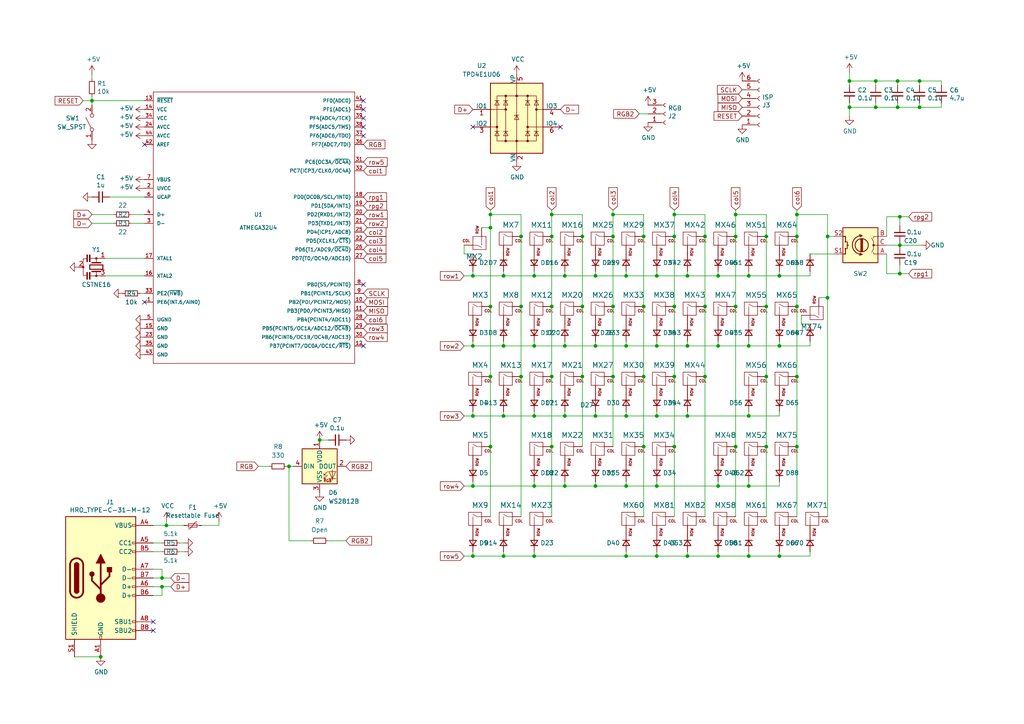
<source format=kicad_sch>
(kicad_sch (version 20211123) (generator eeschema)
  (paper "A4")
  (junction (at 222.25 68.58))
  (junction (at 146.05 100.33))
  (junction (at 168.91 88.9))
  (junction (at 154.94 161.29))
  (junction (at 199.39 161.29))
  (junction (at 142.24 66.04))
  (junction (at 146.05 80.01))
  (junction (at 186.69 109.22))
  (junction (at 222.25 129.54))
  (junction (at 29.21 190.5))
  (junction (at 146.05 161.29))
  (junction (at 199.39 80.01))
  (junction (at 190.5 140.97))
  (junction (at 172.72 80.01))
  (junction (at 160.02 62.23))
  (junction (at 142.24 62.23))
  (junction (at 154.94 80.01))
  (junction (at 217.17 100.33))
  (junction (at 46.99 170.18))
  (junction (at 260.985 79.375))
  (junction (at 48.26 152.4))
  (junction (at 181.61 161.29))
  (junction (at 208.28 100.33))
  (junction (at 146.05 120.65))
  (junction (at 231.14 88.9))
  (junction (at 217.17 140.97))
  (junction (at 142.24 88.9))
  (junction (at 208.28 140.97))
  (junction (at 26.67 29.21))
  (junction (at 266.7 23.495))
  (junction (at 254 31.115))
  (junction (at 208.28 161.29))
  (junction (at 260.985 62.865))
  (junction (at 260.35 31.115))
  (junction (at 83.82 135.255))
  (junction (at 163.83 120.65))
  (junction (at 168.91 109.22))
  (junction (at 246.38 23.495))
  (junction (at 137.16 80.01))
  (junction (at 177.8 88.9))
  (junction (at 195.58 68.58))
  (junction (at 160.02 109.22))
  (junction (at 142.24 129.54))
  (junction (at 240.03 86.36))
  (junction (at 195.58 62.23))
  (junction (at 195.58 129.54))
  (junction (at 186.69 68.58))
  (junction (at 260.35 23.495))
  (junction (at 137.16 100.33))
  (junction (at 154.94 140.97))
  (junction (at 266.7 31.115))
  (junction (at 260.985 71.12))
  (junction (at 213.36 62.23))
  (junction (at 222.25 88.9))
  (junction (at 231.14 109.22))
  (junction (at 181.61 80.01))
  (junction (at 177.8 68.58))
  (junction (at 231.14 68.58))
  (junction (at 172.72 120.65))
  (junction (at 231.14 129.54))
  (junction (at 208.28 80.01))
  (junction (at 199.39 120.65))
  (junction (at 213.36 68.58))
  (junction (at 168.91 68.58))
  (junction (at 231.14 62.23))
  (junction (at 154.94 120.65))
  (junction (at 213.36 88.9))
  (junction (at 195.58 109.22))
  (junction (at 181.61 140.97))
  (junction (at 177.8 109.22))
  (junction (at 151.13 109.22))
  (junction (at 151.13 88.9))
  (junction (at 137.16 120.65))
  (junction (at 163.83 100.33))
  (junction (at 204.47 68.58))
  (junction (at 151.13 68.58))
  (junction (at 137.16 140.97))
  (junction (at 199.39 100.33))
  (junction (at 190.5 120.65))
  (junction (at 163.83 140.97))
  (junction (at 160.02 129.54))
  (junction (at 172.72 140.97))
  (junction (at 226.06 80.01))
  (junction (at 213.36 129.54))
  (junction (at 190.5 100.33))
  (junction (at 160.02 88.9))
  (junction (at 142.24 109.22))
  (junction (at 186.69 88.9))
  (junction (at 240.03 68.58))
  (junction (at 226.06 161.29))
  (junction (at 254 23.495))
  (junction (at 172.72 100.33))
  (junction (at 92.71 127.635))
  (junction (at 217.17 120.65))
  (junction (at 222.25 109.22))
  (junction (at 163.83 80.01))
  (junction (at 181.61 100.33))
  (junction (at 190.5 80.01))
  (junction (at 160.02 68.58))
  (junction (at 226.06 100.33))
  (junction (at 186.69 129.54))
  (junction (at 46.99 167.64))
  (junction (at 204.47 109.22))
  (junction (at 137.16 161.29))
  (junction (at 195.58 88.9))
  (junction (at 181.61 120.65))
  (junction (at 246.38 31.115))
  (junction (at 177.8 62.23))
  (junction (at 217.17 80.01))
  (junction (at 217.17 161.29))
  (junction (at 190.5 161.29))
  (junction (at 204.47 88.9))
  (junction (at 154.94 100.33))
  (no_connect (at 44.45 182.88))
  (no_connect (at 137.16 36.83))
  (no_connect (at 44.45 180.34))
  (no_connect (at 162.56 36.83))
  (no_connect (at 41.91 41.91))
  (no_connect (at 41.91 87.63))
  (no_connect (at 105.41 34.29))
  (no_connect (at 105.41 82.55))
  (no_connect (at 105.41 100.33))
  (no_connect (at 105.41 29.21))
  (no_connect (at 105.41 39.37))
  (no_connect (at 105.41 36.83))
  (no_connect (at 105.41 31.75))
  (wire (pts (xy 254 31.115) (xy 246.38 31.115)))
  (wire (pts (xy 151.13 109.22) (xy 151.13 149.86)))
  (wire (pts (xy 226.06 78.74) (xy 226.06 80.01)))
  (wire (pts (xy 204.47 109.22) (xy 204.47 149.86)))
  (wire (pts (xy 83.82 135.255) (xy 85.09 135.255)))
  (wire (pts (xy 186.69 109.22) (xy 186.69 129.54)))
  (wire (pts (xy 26.67 21.59) (xy 26.67 22.86)))
  (wire (pts (xy 222.25 129.54) (xy 222.25 149.86)))
  (wire (pts (xy 195.58 88.9) (xy 195.58 109.22)))
  (wire (pts (xy 154.94 78.74) (xy 154.94 80.01)))
  (wire (pts (xy 142.24 62.23) (xy 151.13 62.23)))
  (wire (pts (xy 266.7 31.115) (xy 260.35 31.115)))
  (wire (pts (xy 134.62 100.33) (xy 137.16 100.33)))
  (wire (pts (xy 226.06 80.01) (xy 234.95 80.01)))
  (wire (pts (xy 231.14 129.54) (xy 231.14 149.86)))
  (wire (pts (xy 137.16 119.38) (xy 137.16 120.65)))
  (wire (pts (xy 95.25 156.845) (xy 100.33 156.845)))
  (wire (pts (xy 172.72 120.65) (xy 181.61 120.65)))
  (wire (pts (xy 260.985 71.12) (xy 260.985 70.485)))
  (wire (pts (xy 172.72 119.38) (xy 172.72 120.65)))
  (wire (pts (xy 231.14 62.23) (xy 231.14 68.58)))
  (wire (pts (xy 195.58 62.23) (xy 195.58 68.58)))
  (wire (pts (xy 231.14 60.96) (xy 231.14 62.23)))
  (wire (pts (xy 181.61 139.7) (xy 181.61 140.97)))
  (wire (pts (xy 137.16 161.29) (xy 146.05 161.29)))
  (wire (pts (xy 163.83 80.01) (xy 172.72 80.01)))
  (wire (pts (xy 142.24 88.9) (xy 142.24 109.22)))
  (wire (pts (xy 208.28 160.02) (xy 208.28 161.29)))
  (wire (pts (xy 154.94 99.06) (xy 154.94 100.33)))
  (wire (pts (xy 146.05 80.01) (xy 154.94 80.01)))
  (wire (pts (xy 222.25 68.58) (xy 222.25 88.9)))
  (wire (pts (xy 137.16 160.02) (xy 137.16 161.29)))
  (wire (pts (xy 217.17 139.7) (xy 217.17 140.97)))
  (wire (pts (xy 199.39 120.65) (xy 217.17 120.65)))
  (wire (pts (xy 63.5 152.4) (xy 58.42 152.4)))
  (wire (pts (xy 142.24 129.54) (xy 142.24 149.86)))
  (wire (pts (xy 146.05 160.02) (xy 146.05 161.29)))
  (wire (pts (xy 213.36 62.23) (xy 222.25 62.23)))
  (wire (pts (xy 177.8 68.58) (xy 177.8 88.9)))
  (wire (pts (xy 146.05 161.29) (xy 154.94 161.29)))
  (wire (pts (xy 222.25 109.22) (xy 222.25 129.54)))
  (wire (pts (xy 146.05 99.06) (xy 146.05 100.33)))
  (wire (pts (xy 134.62 140.97) (xy 137.16 140.97)))
  (wire (pts (xy 213.36 60.96) (xy 213.36 62.23)))
  (wire (pts (xy 142.24 62.23) (xy 142.24 66.04)))
  (wire (pts (xy 163.83 119.38) (xy 163.83 120.65)))
  (wire (pts (xy 231.14 109.22) (xy 231.14 129.54)))
  (wire (pts (xy 222.25 88.9) (xy 222.25 109.22)))
  (wire (pts (xy 263.525 62.865) (xy 260.985 62.865)))
  (wire (pts (xy 160.02 129.54) (xy 160.02 149.86)))
  (wire (pts (xy 226.06 100.33) (xy 234.95 100.33)))
  (wire (pts (xy 26.67 64.77) (xy 33.02 64.77)))
  (wire (pts (xy 154.94 120.65) (xy 146.05 120.65)))
  (wire (pts (xy 21.59 190.5) (xy 29.21 190.5)))
  (wire (pts (xy 160.02 88.9) (xy 160.02 109.22)))
  (wire (pts (xy 137.16 139.7) (xy 137.16 140.97)))
  (wire (pts (xy 208.28 140.97) (xy 217.17 140.97)))
  (wire (pts (xy 46.99 170.18) (xy 49.53 170.18)))
  (wire (pts (xy 142.24 109.22) (xy 142.24 129.54)))
  (wire (pts (xy 26.67 29.21) (xy 24.13 29.21)))
  (wire (pts (xy 160.02 68.58) (xy 160.02 88.9)))
  (wire (pts (xy 160.02 62.23) (xy 160.02 68.58)))
  (wire (pts (xy 172.72 78.74) (xy 172.72 80.01)))
  (wire (pts (xy 260.35 31.115) (xy 260.35 29.845)))
  (wire (pts (xy 46.99 172.72) (xy 44.45 172.72)))
  (wire (pts (xy 204.47 88.9) (xy 204.47 109.22)))
  (wire (pts (xy 226.06 161.29) (xy 234.95 161.29)))
  (wire (pts (xy 134.62 80.01) (xy 137.16 80.01)))
  (wire (pts (xy 163.83 99.06) (xy 163.83 100.33)))
  (wire (pts (xy 44.45 165.1) (xy 46.99 165.1)))
  (wire (pts (xy 41.91 85.09) (xy 40.64 85.09)))
  (wire (pts (xy 134.62 120.65) (xy 137.16 120.65)))
  (wire (pts (xy 190.5 160.02) (xy 190.5 161.29)))
  (wire (pts (xy 190.5 78.74) (xy 190.5 80.01)))
  (wire (pts (xy 53.34 160.02) (xy 52.07 160.02)))
  (wire (pts (xy 240.03 68.58) (xy 240.03 86.36)))
  (wire (pts (xy 195.58 68.58) (xy 195.58 88.9)))
  (wire (pts (xy 48.26 152.4) (xy 48.26 151.13)))
  (wire (pts (xy 208.28 139.7) (xy 208.28 140.97)))
  (wire (pts (xy 151.13 68.58) (xy 151.13 88.9)))
  (wire (pts (xy 232.41 93.98) (xy 234.95 93.98)))
  (wire (pts (xy 234.95 161.29) (xy 234.95 160.02)))
  (wire (pts (xy 44.45 170.18) (xy 46.99 170.18)))
  (wire (pts (xy 234.95 78.74) (xy 234.95 80.01)))
  (wire (pts (xy 163.83 100.33) (xy 172.72 100.33)))
  (wire (pts (xy 260.35 23.495) (xy 260.35 24.765)))
  (wire (pts (xy 83.82 156.845) (xy 90.17 156.845)))
  (wire (pts (xy 254 23.495) (xy 254 24.765)))
  (wire (pts (xy 237.49 86.36) (xy 240.03 86.36)))
  (wire (pts (xy 185.42 33.02) (xy 187.96 33.02)))
  (wire (pts (xy 217.17 160.02) (xy 217.17 161.29)))
  (wire (pts (xy 168.91 109.22) (xy 168.91 129.54)))
  (wire (pts (xy 217.17 80.01) (xy 226.06 80.01)))
  (wire (pts (xy 172.72 140.97) (xy 181.61 140.97)))
  (wire (pts (xy 26.67 30.48) (xy 26.67 29.21)))
  (wire (pts (xy 160.02 109.22) (xy 160.02 129.54)))
  (wire (pts (xy 246.38 24.765) (xy 246.38 23.495)))
  (wire (pts (xy 151.13 88.9) (xy 151.13 109.22)))
  (wire (pts (xy 190.5 100.33) (xy 199.39 100.33)))
  (wire (pts (xy 199.39 99.06) (xy 199.39 100.33)))
  (wire (pts (xy 137.16 140.97) (xy 154.94 140.97)))
  (wire (pts (xy 154.94 80.01) (xy 163.83 80.01)))
  (wire (pts (xy 146.05 100.33) (xy 154.94 100.33)))
  (wire (pts (xy 231.14 88.9) (xy 231.14 109.22)))
  (wire (pts (xy 134.62 73.66) (xy 137.16 73.66)))
  (wire (pts (xy 246.38 20.955) (xy 246.38 23.495)))
  (wire (pts (xy 181.61 140.97) (xy 190.5 140.97)))
  (wire (pts (xy 163.83 78.74) (xy 163.83 80.01)))
  (wire (pts (xy 163.83 140.97) (xy 172.72 140.97)))
  (wire (pts (xy 172.72 100.33) (xy 181.61 100.33)))
  (wire (pts (xy 273.05 29.845) (xy 273.05 31.115)))
  (wire (pts (xy 154.94 160.02) (xy 154.94 161.29)))
  (wire (pts (xy 260.985 71.12) (xy 257.175 71.12)))
  (wire (pts (xy 53.34 157.48) (xy 52.07 157.48)))
  (wire (pts (xy 204.47 68.58) (xy 204.47 88.9)))
  (wire (pts (xy 41.91 29.21) (xy 26.67 29.21)))
  (wire (pts (xy 163.83 120.65) (xy 154.94 120.65)))
  (wire (pts (xy 190.5 120.65) (xy 199.39 120.65)))
  (wire (pts (xy 217.17 120.65) (xy 226.06 120.65)))
  (wire (pts (xy 46.99 157.48) (xy 44.45 157.48)))
  (wire (pts (xy 146.05 119.38) (xy 146.05 120.65)))
  (wire (pts (xy 260.985 79.375) (xy 260.985 76.835)))
  (wire (pts (xy 199.39 161.29) (xy 208.28 161.29)))
  (wire (pts (xy 154.94 161.29) (xy 181.61 161.29)))
  (wire (pts (xy 177.8 60.96) (xy 177.8 62.23)))
  (wire (pts (xy 257.175 73.66) (xy 257.175 79.375)))
  (wire (pts (xy 240.03 68.58) (xy 241.935 68.58)))
  (wire (pts (xy 186.69 129.54) (xy 186.69 149.86)))
  (wire (pts (xy 26.67 62.23) (xy 33.02 62.23)))
  (wire (pts (xy 139.7 66.04) (xy 142.24 66.04)))
  (wire (pts (xy 217.17 78.74) (xy 217.17 80.01)))
  (wire (pts (xy 181.61 160.02) (xy 181.61 161.29)))
  (wire (pts (xy 266.7 23.495) (xy 266.7 24.765)))
  (wire (pts (xy 46.99 167.64) (xy 49.53 167.64)))
  (wire (pts (xy 181.61 78.74) (xy 181.61 80.01)))
  (wire (pts (xy 208.28 99.06) (xy 208.28 100.33)))
  (wire (pts (xy 195.58 62.23) (xy 204.47 62.23)))
  (wire (pts (xy 134.62 161.29) (xy 137.16 161.29)))
  (wire (pts (xy 213.36 129.54) (xy 213.36 149.86)))
  (wire (pts (xy 273.05 23.495) (xy 273.05 24.765)))
  (wire (pts (xy 142.24 66.04) (xy 142.24 88.9)))
  (wire (pts (xy 217.17 119.38) (xy 217.17 120.65)))
  (wire (pts (xy 234.95 100.33) (xy 234.95 99.06)))
  (wire (pts (xy 213.36 62.23) (xy 213.36 68.58)))
  (wire (pts (xy 83.185 135.255) (xy 83.82 135.255)))
  (wire (pts (xy 160.02 62.23) (xy 168.91 62.23)))
  (wire (pts (xy 246.38 31.115) (xy 246.38 29.845)))
  (wire (pts (xy 137.16 100.33) (xy 146.05 100.33)))
  (wire (pts (xy 172.72 99.06) (xy 172.72 100.33)))
  (wire (pts (xy 195.58 60.96) (xy 195.58 62.23)))
  (wire (pts (xy 190.5 139.7) (xy 190.5 140.97)))
  (wire (pts (xy 190.5 99.06) (xy 190.5 100.33)))
  (wire (pts (xy 204.47 62.23) (xy 204.47 68.58)))
  (wire (pts (xy 26.67 27.94) (xy 26.67 29.21)))
  (wire (pts (xy 217.17 140.97) (xy 226.06 140.97)))
  (wire (pts (xy 181.61 100.33) (xy 190.5 100.33)))
  (wire (pts (xy 226.06 119.38) (xy 226.06 120.65)))
  (wire (pts (xy 177.8 62.23) (xy 186.69 62.23)))
  (wire (pts (xy 83.82 135.255) (xy 83.82 156.845)))
  (wire (pts (xy 232.41 91.44) (xy 232.41 93.98)))
  (wire (pts (xy 195.58 109.22) (xy 195.58 129.54)))
  (wire (pts (xy 217.17 99.06) (xy 217.17 100.33)))
  (wire (pts (xy 163.83 139.7) (xy 163.83 140.97)))
  (wire (pts (xy 30.48 74.93) (xy 41.91 74.93)))
  (wire (pts (xy 186.69 88.9) (xy 186.69 109.22)))
  (wire (pts (xy 44.45 160.02) (xy 46.99 160.02)))
  (wire (pts (xy 217.17 100.33) (xy 226.06 100.33)))
  (wire (pts (xy 266.7 23.495) (xy 273.05 23.495)))
  (wire (pts (xy 181.61 80.01) (xy 172.72 80.01)))
  (wire (pts (xy 46.99 167.64) (xy 44.45 167.64)))
  (wire (pts (xy 31.75 57.15) (xy 41.91 57.15)))
  (wire (pts (xy 260.985 62.865) (xy 260.985 65.405)))
  (wire (pts (xy 213.36 68.58) (xy 213.36 88.9)))
  (wire (pts (xy 154.94 140.97) (xy 163.83 140.97)))
  (wire (pts (xy 199.39 80.01) (xy 208.28 80.01)))
  (wire (pts (xy 273.05 31.115) (xy 266.7 31.115)))
  (wire (pts (xy 226.06 140.97) (xy 226.06 139.7)))
  (wire (pts (xy 181.61 161.29) (xy 190.5 161.29)))
  (wire (pts (xy 199.39 119.38) (xy 199.39 120.65)))
  (wire (pts (xy 234.95 73.66) (xy 241.935 73.66)))
  (wire (pts (xy 190.5 140.97) (xy 208.28 140.97)))
  (wire (pts (xy 30.48 80.01) (xy 41.91 80.01)))
  (wire (pts (xy 154.94 100.33) (xy 163.83 100.33)))
  (wire (pts (xy 260.985 71.12) (xy 260.985 71.755)))
  (wire (pts (xy 226.06 99.06) (xy 226.06 100.33)))
  (wire (pts (xy 213.36 88.9) (xy 213.36 129.54)))
  (wire (pts (xy 260.35 23.495) (xy 266.7 23.495)))
  (wire (pts (xy 74.93 135.255) (xy 78.105 135.255)))
  (wire (pts (xy 257.175 68.58) (xy 257.175 62.865)))
  (wire (pts (xy 222.25 62.23) (xy 222.25 68.58)))
  (wire (pts (xy 177.8 109.22) (xy 177.8 129.54)))
  (wire (pts (xy 146.05 78.74) (xy 146.05 80.01)))
  (wire (pts (xy 240.03 86.36) (xy 240.03 149.86)))
  (wire (pts (xy 41.91 62.23) (xy 38.1 62.23)))
  (wire (pts (xy 181.61 120.65) (xy 190.5 120.65)))
  (wire (pts (xy 168.91 62.23) (xy 168.91 68.58)))
  (wire (pts (xy 186.69 68.58) (xy 186.69 88.9)))
  (wire (pts (xy 246.38 23.495) (xy 254 23.495)))
  (wire (pts (xy 142.24 60.96) (xy 142.24 62.23)))
  (wire (pts (xy 163.83 120.65) (xy 172.72 120.65)))
  (wire (pts (xy 177.8 88.9) (xy 177.8 109.22)))
  (wire (pts (xy 137.16 120.65) (xy 146.05 120.65)))
  (wire (pts (xy 137.16 78.74) (xy 137.16 80.01)))
  (wire (pts (xy 46.99 170.18) (xy 46.99 172.72)))
  (wire (pts (xy 190.5 119.38) (xy 190.5 120.65)))
  (wire (pts (xy 53.34 152.4) (xy 48.26 152.4)))
  (wire (pts (xy 199.39 78.74) (xy 199.39 80.01)))
  (wire (pts (xy 257.175 62.865) (xy 260.985 62.865)))
  (wire (pts (xy 48.26 152.4) (xy 44.45 152.4)))
  (wire (pts (xy 186.69 62.23) (xy 186.69 68.58)))
  (wire (pts (xy 226.06 160.02) (xy 226.06 161.29)))
  (wire (pts (xy 181.61 99.06) (xy 181.61 100.33)))
  (wire (pts (xy 181.61 119.38) (xy 181.61 120.65)))
  (wire (pts (xy 266.7 31.115) (xy 266.7 29.845)))
  (wire (pts (xy 195.58 129.54) (xy 195.58 149.86)))
  (wire (pts (xy 181.61 80.01) (xy 190.5 80.01)))
  (wire (pts (xy 168.91 88.9) (xy 168.91 109.22)))
  (wire (pts (xy 260.35 31.115) (xy 254 31.115)))
  (wire (pts (xy 208.28 80.01) (xy 217.17 80.01)))
  (wire (pts (xy 246.38 33.655) (xy 246.38 31.115)))
  (wire (pts (xy 134.62 71.12) (xy 134.62 73.66)))
  (wire (pts (xy 41.91 64.77) (xy 38.1 64.77)))
  (wire (pts (xy 177.8 62.23) (xy 177.8 68.58)))
  (wire (pts (xy 257.175 79.375) (xy 260.985 79.375)))
  (wire (pts (xy 254 23.495) (xy 260.35 23.495)))
  (wire (pts (xy 137.16 99.06) (xy 137.16 100.33)))
  (wire (pts (xy 151.13 62.23) (xy 151.13 68.58)))
  (wire (pts (xy 168.91 68.58) (xy 168.91 88.9)))
  (wire (pts (xy 208.28 78.74) (xy 208.28 80.01)))
  (wire (pts (xy 254 31.115) (xy 254 29.845)))
  (wire (pts (xy 137.16 80.01) (xy 146.05 80.01)))
  (wire (pts (xy 260.985 79.375) (xy 263.525 79.375)))
  (wire (pts (xy 199.39 100.33) (xy 208.28 100.33)))
  (wire (pts (xy 63.5 151.13) (xy 63.5 152.4)))
  (wire (pts (xy 154.94 139.7) (xy 154.94 140.97)))
  (wire (pts (xy 231.14 68.58) (xy 231.14 88.9)))
  (wire (pts (xy 231.14 62.23) (xy 240.03 62.23)))
  (wire (pts (xy 95.25 127.635) (xy 92.71 127.635)))
  (wire (pts (xy 208.28 161.29) (xy 217.17 161.29)))
  (wire (pts (xy 217.17 161.29) (xy 226.06 161.29)))
  (wire (pts (xy 199.39 160.02) (xy 199.39 161.29)))
  (wire (pts (xy 154.94 119.38) (xy 154.94 120.65)))
  (wire (pts (xy 240.03 62.23) (xy 240.03 68.58)))
  (wire (pts (xy 208.28 100.33) (xy 217.17 100.33)))
  (wire (pts (xy 267.335 71.12) (xy 260.985 71.12)))
  (wire (pts (xy 160.02 60.96) (xy 160.02 62.23)))
  (wire (pts (xy 190.5 80.01) (xy 199.39 80.01)))
  (wire (pts (xy 46.99 165.1) (xy 46.99 167.64)))
  (wire (pts (xy 172.72 139.7) (xy 172.72 140.97)))
  (wire (pts (xy 190.5 161.29) (xy 199.39 161.29)))
  (global_label "MOSI" (shape input) (at 105.41 87.63 0) (property "Intersheet References" "${INTERSHEET_REFS}" (effects hide)))
  (global_label "RESET" (shape input) (at 215.265 33.655 180) (property "Intersheet References" "${INTERSHEET_REFS}" (effects hide)))
  (global_label "D+" (shape input) (at 49.53 170.18 0) (property "Intersheet References" "${INTERSHEET_REFS}" (effects hide)))
  (global_label "col6" (shape input) (at 231.14 60.96 90) (property "Intersheet References" "${INTERSHEET_REFS}" (effects hide)))
  (global_label "row5" (shape input) (at 105.41 46.99 0) (property "Intersheet References" "${INTERSHEET_REFS}" (effects hide)))
  (global_label "row2" (shape input) (at 134.62 100.33 180) (property "Intersheet References" "${INTERSHEET_REFS}" (effects hide)))
  (global_label "col5" (shape input) (at 105.41 74.93 0) (property "Intersheet References" "${INTERSHEET_REFS}" (effects hide)))
  (global_label "MISO" (shape input) (at 105.41 90.17 0) (property "Intersheet References" "${INTERSHEET_REFS}" (effects hide)))
  (global_label "D-" (shape input) (at 26.67 64.77 180) (property "Intersheet References" "${INTERSHEET_REFS}" (effects hide)))
  (global_label "col4" (shape input) (at 105.41 72.39 0) (property "Intersheet References" "${INTERSHEET_REFS}" (effects hide)))
  (global_label "RGB2" (shape input) (at 185.42 33.02 180) (property "Intersheet References" "${INTERSHEET_REFS}" (effects hide)))
  (global_label "row3" (shape input) (at 105.41 95.25 0) (property "Intersheet References" "${INTERSHEET_REFS}" (effects hide)))
  (global_label "D+" (shape input) (at 26.67 62.23 180) (property "Intersheet References" "${INTERSHEET_REFS}" (effects hide)))
  (global_label "row1" (shape input) (at 105.41 62.23 0) (property "Intersheet References" "${INTERSHEET_REFS}" (effects hide)))
  (global_label "SCLK" (shape input) (at 215.265 26.035 180) (property "Intersheet References" "${INTERSHEET_REFS}" (effects hide)))
  (global_label "row4" (shape input) (at 134.62 140.97 180) (property "Intersheet References" "${INTERSHEET_REFS}" (effects hide)))
  (global_label "D+" (shape input) (at 137.16 31.75 180) (property "Intersheet References" "${INTERSHEET_REFS}" (effects hide)))
  (global_label "col6" (shape input) (at 105.41 92.71 0) (property "Intersheet References" "${INTERSHEET_REFS}" (effects hide)))
  (global_label "RGB2" (shape input) (at 100.33 135.255 0) (property "Intersheet References" "${INTERSHEET_REFS}" (effects hide)))
  (global_label "rpg1" (shape input) (at 263.525 79.375 0) (property "Intersheet References" "${INTERSHEET_REFS}" (effects hide)))
  (global_label "col3" (shape input) (at 177.8 60.96 90) (property "Intersheet References" "${INTERSHEET_REFS}" (effects hide)))
  (global_label "row3" (shape input) (at 134.62 120.65 180) (property "Intersheet References" "${INTERSHEET_REFS}" (effects hide)))
  (global_label "SCLK" (shape input) (at 105.41 85.09 0) (property "Intersheet References" "${INTERSHEET_REFS}" (effects hide)))
  (global_label "RGB" (shape input) (at 74.93 135.255 180) (property "Intersheet References" "${INTERSHEET_REFS}" (effects hide)))
  (global_label "RGB" (shape input) (at 105.41 41.91 0) (property "Intersheet References" "${INTERSHEET_REFS}" (effects hide)))
  (global_label "row2" (shape input) (at 105.41 64.77 0) (property "Intersheet References" "${INTERSHEET_REFS}" (effects hide)))
  (global_label "rpg2" (shape input) (at 263.525 62.865 0) (property "Intersheet References" "${INTERSHEET_REFS}" (effects hide)))
  (global_label "rpg1" (shape input) (at 105.41 57.15 0) (property "Intersheet References" "${INTERSHEET_REFS}" (effects hide)))
  (global_label "col1" (shape input) (at 105.41 49.53 0) (property "Intersheet References" "${INTERSHEET_REFS}" (effects hide)))
  (global_label "col4" (shape input) (at 195.58 60.96 90) (property "Intersheet References" "${INTERSHEET_REFS}" (effects hide)))
  (global_label "col2" (shape input) (at 160.02 60.96 90) (property "Intersheet References" "${INTERSHEET_REFS}" (effects hide)))
  (global_label "col1" (shape input) (at 142.24 60.96 90) (property "Intersheet References" "${INTERSHEET_REFS}" (effects hide)))
  (global_label "row5" (shape input) (at 134.62 161.29 180) (property "Intersheet References" "${INTERSHEET_REFS}" (effects hide)))
  (global_label "rpg2" (shape input) (at 105.41 59.69 0) (property "Intersheet References" "${INTERSHEET_REFS}" (effects hide)))
  (global_label "MOSI" (shape input) (at 215.265 28.575 180) (property "Intersheet References" "${INTERSHEET_REFS}" (effects hide)))
  (global_label "RESET" (shape input) (at 24.13 29.21 180) (property "Intersheet References" "${INTERSHEET_REFS}" (effects hide)))
  (global_label "D-" (shape input) (at 162.56 31.75 0) (property "Intersheet References" "${INTERSHEET_REFS}" (effects hide)))
  (global_label "MISO" (shape input) (at 215.265 31.115 180) (property "Intersheet References" "${INTERSHEET_REFS}" (effects hide)))
  (global_label "col3" (shape input) (at 105.41 69.85 0) (property "Intersheet References" "${INTERSHEET_REFS}" (effects hide)))
  (global_label "col5" (shape input) (at 213.36 60.96 90) (property "Intersheet References" "${INTERSHEET_REFS}" (effects hide)))
  (global_label "D-" (shape input) (at 49.53 167.64 0) (property "Intersheet References" "${INTERSHEET_REFS}" (effects hide)))
  (global_label "col2" (shape input) (at 105.41 67.31 0) (property "Intersheet References" "${INTERSHEET_REFS}" (effects hide)))
  (global_label "RGB2" (shape input) (at 100.33 156.845 0) (property "Intersheet References" "${INTERSHEET_REFS}" (effects hide)))
  (global_label "row1" (shape input) (at 134.62 80.01 180) (property "Intersheet References" "${INTERSHEET_REFS}" (effects hide)))
  (global_label "row4" (shape input) (at 105.41 97.79 0) (property "Intersheet References" "${INTERSHEET_REFS}" (effects hide)))
  (symbol (lib_id "ts52k-rescue:MX-NoLED-MX_Alps_Hybrid") (at 138.43 69.85 180) (unit 1)
    (property "Reference" "MX2" (at 137.5918 74.4474 0) (effects (font (size 1.524 1.524))))
    (property "Value" "MX-NoLED" (effects hide))
    (property "Footprint" "MX_Only:MXOnly-1.5U-NoLED" (effects hide))
  )
  (symbol (lib_id "Device:D_Small") (at 137.16 76.2 90) (unit 1)
    (property "Reference" "D2" (at 138.938 76.2 90) (effects (justify right)))
    (property "Value" "D" (effects hide))
    (property "Footprint" "Diode_SMD:D_SOD-123" (effects hide))
    (property "LCSC" "C81598" (effects hide))
  )
  (symbol (lib_id "ts52k-rescue:MX-NoLED-MX_Alps_Hybrid") (at 147.32 69.85 0) (unit 1)
    (property "Reference" "MX7" (at 148.1582 65.2526 0) (effects (font (size 1.524 1.524))))
    (property "Value" "MX-NoLED" (effects hide))
    (property "Footprint" "MX_Only:MXOnly-1U-NoLED" (effects hide))
  )
  (symbol (lib_id "Device:D_Small") (at 146.05 76.2 270) (unit 1)
    (property "Reference" "D7" (at 144.272 76.2 90) (effects (justify right)))
    (property "Value" "D" (effects hide))
    (property "Footprint" "Diode_SMD:D_SOD-123" (effects hide))
    (property "LCSC" "C81598" (effects hide))
  )
  (symbol (lib_id "ts52k-rescue:MX-NoLED-MX_Alps_Hybrid") (at 156.21 69.85 0) (unit 1)
    (property "Reference" "MX11" (at 157.0482 65.2526 0) (effects (font (size 1.524 1.524))))
    (property "Value" "MX-NoLED" (effects hide))
    (property "Footprint" "MX_Only:MXOnly-1U-NoLED" (effects hide))
  )
  (symbol (lib_id "Device:D_Small") (at 154.94 76.2 90) (unit 1)
    (property "Reference" "D11" (at 156.718 76.2 90) (effects (justify right)))
    (property "Value" "D" (effects hide))
    (property "Footprint" "Diode_SMD:D_SOD-123" (effects hide))
    (property "LCSC" "C81598" (effects hide))
  )
  (symbol (lib_id "ts52k-rescue:MX-NoLED-MX_Alps_Hybrid") (at 165.1 69.85 0) (unit 1)
    (property "Reference" "MX16" (at 165.9382 65.2526 0) (effects (font (size 1.524 1.524))))
    (property "Value" "MX-NoLED" (effects hide))
    (property "Footprint" "MX_Only:MXOnly-1U-NoLED" (effects hide))
  )
  (symbol (lib_id "Device:D_Small") (at 163.83 76.2 270) (unit 1)
    (property "Reference" "D16" (at 162.052 76.2 90) (effects (justify right)))
    (property "Value" "D" (effects hide))
    (property "Footprint" "Diode_SMD:D_SOD-123" (effects hide))
    (property "LCSC" "C81598" (effects hide))
  )
  (symbol (lib_id "ts52k-rescue:MX-NoLED-MX_Alps_Hybrid") (at 165.1 90.17 0) (unit 1)
    (property "Reference" "MX20" (at 165.9382 85.5726 0) (effects (font (size 1.524 1.524))))
    (property "Value" "MX-NoLED" (effects hide))
    (property "Footprint" "MX_Only:MXOnly-1U-NoLED" (effects hide))
  )
  (symbol (lib_id "Device:D_Small") (at 163.83 96.52 270) (unit 1)
    (property "Reference" "D20" (at 162.56 96.52 90) (effects (justify right)))
    (property "Value" "D" (effects hide))
    (property "Footprint" "Diode_SMD:D_SOD-123" (effects hide))
    (property "LCSC" "C81598" (effects hide))
  )
  (symbol (lib_id "ts52k-rescue:MX-NoLED-MX_Alps_Hybrid") (at 173.99 69.85 0) (unit 1)
    (property "Reference" "MX25" (at 174.8282 65.2526 0) (effects (font (size 1.524 1.524))))
    (property "Value" "MX-NoLED" (effects hide))
    (property "Footprint" "MX_Only:MXOnly-1U-NoLED" (effects hide))
  )
  (symbol (lib_id "Device:D_Small") (at 172.72 76.2 90) (unit 1)
    (property "Reference" "D25" (at 174.625 76.2 90) (effects (justify right)))
    (property "Value" "D" (effects hide))
    (property "Footprint" "Diode_SMD:D_SOD-123" (effects hide))
    (property "LCSC" "C81598" (effects hide))
  )
  (symbol (lib_id "ts52k-rescue:MX-NoLED-MX_Alps_Hybrid") (at 182.88 69.85 0) (unit 1)
    (property "Reference" "MX29" (at 183.7182 65.2526 0) (effects (font (size 1.524 1.524))))
    (property "Value" "MX-NoLED" (effects hide))
    (property "Footprint" "MX_Only:MXOnly-1U-NoLED" (effects hide))
  )
  (symbol (lib_id "Device:D_Small") (at 181.61 76.2 270) (unit 1)
    (property "Reference" "D29" (at 179.832 76.2 90) (effects (justify right)))
    (property "Value" "D" (effects hide))
    (property "Footprint" "Diode_SMD:D_SOD-123" (effects hide))
    (property "LCSC" "C81598" (effects hide))
  )
  (symbol (lib_id "ts52k-rescue:MX-NoLED-MX_Alps_Hybrid") (at 182.88 90.17 0) (unit 1)
    (property "Reference" "MX33" (at 183.7182 85.5726 0) (effects (font (size 1.524 1.524))))
    (property "Value" "MX-NoLED" (effects hide))
    (property "Footprint" "MX_Only:MXOnly-1U-NoLED" (effects hide))
  )
  (symbol (lib_id "Device:D_Small") (at 181.61 96.52 270) (unit 1)
    (property "Reference" "D33" (at 179.832 96.52 90) (effects (justify right)))
    (property "Value" "D" (effects hide))
    (property "Footprint" "Diode_SMD:D_SOD-123" (effects hide))
    (property "LCSC" "C81598" (effects hide))
  )
  (symbol (lib_id "ts52k-rescue:MX-NoLED-MX_Alps_Hybrid") (at 191.77 69.85 0) (unit 1)
    (property "Reference" "MX37" (at 192.6082 65.2526 0) (effects (font (size 1.524 1.524))))
    (property "Value" "MX-NoLED" (effects hide))
    (property "Footprint" "MX_Only:MXOnly-1U-NoLED" (effects hide))
  )
  (symbol (lib_id "Device:D_Small") (at 190.5 76.2 90) (unit 1)
    (property "Reference" "D37" (at 192.278 76.2 90) (effects (justify right)))
    (property "Value" "D" (effects hide))
    (property "Footprint" "Diode_SMD:D_SOD-123" (effects hide))
    (property "LCSC" "C81598" (effects hide))
  )
  (symbol (lib_id "ts52k-rescue:MX-NoLED-MX_Alps_Hybrid") (at 200.66 69.85 0) (unit 1)
    (property "Reference" "MX42" (at 201.4982 65.2526 0) (effects (font (size 1.524 1.524))))
    (property "Value" "MX-NoLED" (effects hide))
    (property "Footprint" "MX_Only:MXOnly-1U-NoLED" (effects hide))
  )
  (symbol (lib_id "Device:D_Small") (at 199.39 76.2 270) (unit 1)
    (property "Reference" "D42" (at 197.612 76.2 90) (effects (justify right)))
    (property "Value" "D" (effects hide))
    (property "Footprint" "Diode_SMD:D_SOD-123" (effects hide))
    (property "LCSC" "C81598" (effects hide))
  )
  (symbol (lib_id "ts52k-rescue:MX-NoLED-MX_Alps_Hybrid") (at 209.55 69.85 0) (unit 1)
    (property "Reference" "MX46" (at 210.3882 65.2526 0) (effects (font (size 1.524 1.524))))
    (property "Value" "MX-NoLED" (effects hide))
    (property "Footprint" "MX_Only:MXOnly-1U-NoLED" (effects hide))
  )
  (symbol (lib_id "Device:D_Small") (at 208.28 76.2 90) (unit 1)
    (property "Reference" "D46" (at 210.058 76.2 90) (effects (justify right)))
    (property "Value" "D" (effects hide))
    (property "Footprint" "Diode_SMD:D_SOD-123" (effects hide))
    (property "LCSC" "C81598" (effects hide))
  )
  (symbol (lib_id "ts52k-rescue:MX-NoLED-MX_Alps_Hybrid") (at 218.44 69.85 0) (unit 1)
    (property "Reference" "MX51" (at 219.2782 65.2526 0) (effects (font (size 1.524 1.524))))
    (property "Value" "MX-NoLED" (effects hide))
    (property "Footprint" "MX_Only:MXOnly-1U-NoLED" (effects hide))
  )
  (symbol (lib_id "Device:D_Small") (at 217.17 76.2 270) (unit 1)
    (property "Reference" "D51" (at 215.392 76.2 90) (effects (justify right)))
    (property "Value" "D" (effects hide))
    (property "Footprint" "Diode_SMD:D_SOD-123" (effects hide))
    (property "LCSC" "C81598" (effects hide))
  )
  (symbol (lib_id "ts52k-rescue:MX-NoLED-MX_Alps_Hybrid") (at 218.44 90.17 0) (unit 1)
    (property "Reference" "MX55" (at 219.2782 85.5726 0) (effects (font (size 1.524 1.524))))
    (property "Value" "MX-NoLED" (effects hide))
    (property "Footprint" "MX_Only:MXOnly-1U-NoLED" (effects hide))
  )
  (symbol (lib_id "Device:D_Small") (at 217.17 96.52 270) (unit 1)
    (property "Reference" "D55" (at 215.392 96.52 90) (effects (justify right)))
    (property "Value" "D" (effects hide))
    (property "Footprint" "Diode_SMD:D_SOD-123" (effects hide))
    (property "LCSC" "C81598" (effects hide))
  )
  (symbol (lib_id "ts52k-rescue:MX-NoLED-MX_Alps_Hybrid") (at 227.33 69.85 0) (unit 1)
    (property "Reference" "MX64" (at 228.1682 65.2526 0) (effects (font (size 1.524 1.524))))
    (property "Value" "MX-NoLED" (effects hide))
    (property "Footprint" "MX_Only:MXOnly-1.5U-NoLED" (effects hide))
  )
  (symbol (lib_id "Device:D_Small") (at 226.06 76.2 90) (unit 1)
    (property "Reference" "D63" (at 227.838 76.2 90) (effects (justify right)))
    (property "Value" "D" (effects hide))
    (property "Footprint" "Diode_SMD:D_SOD-123" (effects hide))
    (property "LCSC" "C81598" (effects hide))
  )
  (symbol (lib_id "Device:D_Small") (at 234.95 76.2 270) (unit 1)
    (property "Reference" "D68" (at 233.172 76.2 90) (effects (justify right)))
    (property "Value" "D" (effects hide))
    (property "Footprint" "Diode_SMD:D_SOD-123" (effects hide))
    (property "LCSC" "C81598" (effects hide))
  )
  (symbol (lib_id "ts52k-rescue:MX-NoLED-MX_Alps_Hybrid") (at 138.43 90.17 0) (unit 1)
    (property "Reference" "MX3" (at 139.2682 85.5726 0) (effects (font (size 1.524 1.524))))
    (property "Value" "MX-NoLED" (effects hide))
    (property "Footprint" "MX_Only:MXOnly-1.75U-NoLED" (effects hide))
  )
  (symbol (lib_id "Device:D_Small") (at 137.16 96.52 90) (unit 1)
    (property "Reference" "D3" (at 138.938 96.52 90) (effects (justify right)))
    (property "Value" "D" (effects hide))
    (property "Footprint" "Diode_SMD:D_SOD-123" (effects hide))
    (property "LCSC" "C81598" (effects hide))
  )
  (symbol (lib_id "ts52k-rescue:MX-NoLED-MX_Alps_Hybrid") (at 147.32 90.17 0) (unit 1)
    (property "Reference" "MX8" (at 148.1582 85.5726 0) (effects (font (size 1.524 1.524))))
    (property "Value" "MX-NoLED" (effects hide))
    (property "Footprint" "MX_Only:MXOnly-1U-NoLED" (effects hide))
  )
  (symbol (lib_id "Device:D_Small") (at 146.05 96.52 270) (unit 1)
    (property "Reference" "D8" (at 144.272 96.52 90) (effects (justify right)))
    (property "Value" "D" (effects hide))
    (property "Footprint" "Diode_SMD:D_SOD-123" (effects hide))
    (property "LCSC" "C81598" (effects hide))
  )
  (symbol (lib_id "ts52k-rescue:MX-NoLED-MX_Alps_Hybrid") (at 156.21 90.17 0) (unit 1)
    (property "Reference" "MX12" (at 157.0482 85.5726 0) (effects (font (size 1.524 1.524))))
    (property "Value" "MX-NoLED" (effects hide))
    (property "Footprint" "MX_Only:MXOnly-1U-NoLED" (effects hide))
  )
  (symbol (lib_id "Device:D_Small") (at 154.94 96.52 90) (unit 1)
    (property "Reference" "D12" (at 156.718 96.52 90) (effects (justify right)))
    (property "Value" "D" (effects hide))
    (property "Footprint" "Diode_SMD:D_SOD-123" (effects hide))
    (property "LCSC" "C81598" (effects hide))
  )
  (symbol (lib_id "ts52k-rescue:MX-NoLED-MX_Alps_Hybrid") (at 156.21 110.49 0) (unit 1)
    (property "Reference" "MX17" (at 157.0482 105.8926 0) (effects (font (size 1.524 1.524))))
    (property "Value" "MX-NoLED" (effects hide))
    (property "Footprint" "MX_Only:MXOnly-1U-NoLED" (effects hide))
  )
  (symbol (lib_id "Device:D_Small") (at 154.94 116.84 90) (unit 1)
    (property "Reference" "D17" (at 156.718 116.84 90) (effects (justify right)))
    (property "Value" "D" (effects hide))
    (property "Footprint" "Diode_SMD:D_SOD-123" (effects hide))
    (property "LCSC" "C81598" (effects hide))
  )
  (symbol (lib_id "ts52k-rescue:MX-NoLED-MX_Alps_Hybrid") (at 165.1 110.49 0) (unit 1)
    (property "Reference" "MX21" (at 165.9382 105.8926 0) (effects (font (size 1.524 1.524))))
    (property "Value" "MX-NoLED" (effects hide))
    (property "Footprint" "MX_Only:MXOnly-1U-NoLED" (effects hide))
  )
  (symbol (lib_id "Device:D_Small") (at 163.83 116.84 270) (unit 1)
    (property "Reference" "D21" (at 162.052 116.84 90) (effects (justify right)))
    (property "Value" "D" (effects hide))
    (property "Footprint" "Diode_SMD:D_SOD-123" (effects hide))
    (property "LCSC" "C81598" (effects hide))
  )
  (symbol (lib_id "ts52k-rescue:MX-NoLED-MX_Alps_Hybrid") (at 173.99 90.17 0) (unit 1)
    (property "Reference" "MX26" (at 174.8282 85.5726 0) (effects (font (size 1.524 1.524))))
    (property "Value" "MX-NoLED" (effects hide))
    (property "Footprint" "MX_Only:MXOnly-1U-NoLED" (effects hide))
  )
  (symbol (lib_id "Device:D_Small") (at 172.72 96.52 90) (unit 1)
    (property "Reference" "D26" (at 173.99 96.52 90) (effects (justify right)))
    (property "Value" "D" (effects hide))
    (property "Footprint" "Diode_SMD:D_SOD-123" (effects hide))
    (property "LCSC" "C81598" (effects hide))
  )
  (symbol (lib_id "ts52k-rescue:MX-NoLED-MX_Alps_Hybrid") (at 182.88 110.49 0) (unit 1)
    (property "Reference" "MX30" (at 183.7182 105.8926 0) (effects (font (size 1.524 1.524))))
    (property "Value" "MX-NoLED" (effects hide))
    (property "Footprint" "MX_Only:MXOnly-1U-NoLED" (effects hide))
  )
  (symbol (lib_id "Device:D_Small") (at 181.61 116.84 270) (unit 1)
    (property "Reference" "D30" (at 179.832 116.84 90) (effects (justify right)))
    (property "Value" "D" (effects hide))
    (property "Footprint" "Diode_SMD:D_SOD-123" (effects hide))
    (property "LCSC" "C81598" (effects hide))
  )
  (symbol (lib_id "ts52k-rescue:MX-NoLED-MX_Alps_Hybrid") (at 191.77 130.81 0) (unit 1)
    (property "Reference" "MX34" (at 192.6082 126.2126 0) (effects (font (size 1.524 1.524))))
    (property "Value" "MX-NoLED" (effects hide))
    (property "Footprint" "MX_Only:MXOnly-1U-NoLED" (effects hide))
  )
  (symbol (lib_id "Device:D_Small") (at 190.5 137.16 90) (unit 1)
    (property "Reference" "D34" (at 192.278 137.16 90) (effects (justify right)))
    (property "Value" "D" (effects hide))
    (property "Footprint" "Diode_SMD:D_SOD-123" (effects hide))
    (property "LCSC" "C81598" (effects hide))
  )
  (symbol (lib_id "ts52k-rescue:MX-NoLED-MX_Alps_Hybrid") (at 191.77 90.17 0) (unit 1)
    (property "Reference" "MX38" (at 192.6082 85.5726 0) (effects (font (size 1.524 1.524))))
    (property "Value" "MX-NoLED" (effects hide))
    (property "Footprint" "MX_Only:MXOnly-1U-NoLED" (effects hide))
  )
  (symbol (lib_id "Device:D_Small") (at 190.5 96.52 90) (unit 1)
    (property "Reference" "D38" (at 192.278 96.52 90) (effects (justify right)))
    (property "Value" "D" (effects hide))
    (property "Footprint" "Diode_SMD:D_SOD-123" (effects hide))
    (property "LCSC" "C81598" (effects hide))
  )
  (symbol (lib_id "ts52k-rescue:MX-NoLED-MX_Alps_Hybrid") (at 200.66 90.17 0) (unit 1)
    (property "Reference" "MX43" (at 201.4982 85.5726 0) (effects (font (size 1.524 1.524))))
    (property "Value" "MX-NoLED" (effects hide))
    (property "Footprint" "MX_Only:MXOnly-1U-NoLED" (effects hide))
  )
  (symbol (lib_id "Device:D_Small") (at 199.39 96.52 270) (unit 1)
    (property "Reference" "D43" (at 197.612 96.52 90) (effects (justify right)))
    (property "Value" "D" (effects hide))
    (property "Footprint" "Diode_SMD:D_SOD-123" (effects hide))
    (property "LCSC" "C81598" (effects hide))
  )
  (symbol (lib_id "ts52k-rescue:MX-NoLED-MX_Alps_Hybrid") (at 209.55 90.17 0) (unit 1)
    (property "Reference" "MX47" (at 210.3882 85.5726 0) (effects (font (size 1.524 1.524))))
    (property "Value" "MX-NoLED" (effects hide))
    (property "Footprint" "MX_Only:MXOnly-1U-NoLED" (effects hide))
  )
  (symbol (lib_id "Device:D_Small") (at 208.28 96.52 90) (unit 1)
    (property "Reference" "D47" (at 210.058 96.52 90) (effects (justify right)))
    (property "Value" "D" (effects hide))
    (property "Footprint" "Diode_SMD:D_SOD-123" (effects hide))
    (property "LCSC" "C81598" (effects hide))
  )
  (symbol (lib_id "ts52k-rescue:MX-NoLED-MX_Alps_Hybrid") (at 218.44 130.81 0) (unit 1)
    (property "Reference" "MX52" (at 219.2782 126.2126 0) (effects (font (size 1.524 1.524))))
    (property "Value" "MX-NoLED" (effects hide))
    (property "Footprint" "MX_Only:MXOnly-1U-NoLED" (effects hide))
  )
  (symbol (lib_id "Device:D_Small") (at 217.17 137.16 270) (unit 1)
    (property "Reference" "D52" (at 215.9 137.16 90) (effects (justify right)))
    (property "Value" "D" (effects hide))
    (property "Footprint" "Diode_SMD:D_SOD-123" (effects hide))
    (property "LCSC" "C81598" (effects hide))
  )
  (symbol (lib_id "ts52k-rescue:MX-NoLED-MX_Alps_Hybrid") (at 218.44 110.49 0) (unit 1)
    (property "Reference" "MX56" (at 219.2782 105.8926 0) (effects (font (size 1.524 1.524))))
    (property "Value" "MX-NoLED" (effects hide))
    (property "Footprint" "MX_Only:MXOnly-1U-NoLED" (effects hide))
  )
  (symbol (lib_id "Device:D_Small") (at 217.17 116.84 270) (unit 1)
    (property "Reference" "D56" (at 215.392 116.84 90) (effects (justify right)))
    (property "Value" "D" (effects hide))
    (property "Footprint" "Diode_SMD:D_SOD-123" (effects hide))
    (property "LCSC" "C81598" (effects hide))
  )
  (symbol (lib_id "ts52k-rescue:MX-NoLED-MX_Alps_Hybrid") (at 227.33 90.17 0) (unit 1)
    (property "Reference" "MX65" (at 228.1682 85.5726 0) (effects (font (size 1.524 1.524))))
    (property "Value" "MX-NoLED" (effects hide))
    (property "Footprint" "MX_Only:MXOnly-2.25U-NoLED" (effects hide))
  )
  (symbol (lib_id "Device:D_Small") (at 226.06 96.52 90) (unit 1)
    (property "Reference" "D64" (at 227.838 96.52 90) (effects (justify right)))
    (property "Value" "D" (effects hide))
    (property "Footprint" "Diode_SMD:D_SOD-123" (effects hide))
    (property "LCSC" "C81598" (effects hide))
  )
  (symbol (lib_id "ts52k-rescue:MX-NoLED-MX_Alps_Hybrid") (at 182.88 151.13 0) (unit 1)
    (property "Reference" "MX60" (at 183.7182 146.5326 0) (effects (font (size 1.524 1.524))))
    (property "Value" "MX-NoLED" (effects hide))
    (property "Footprint" "MX_Only:MXOnly-2.75U-ReversedStabilizers-NoLED" (effects hide))
  )
  (symbol (lib_id "ts52k-rescue:MX-NoLED-MX_Alps_Hybrid") (at 138.43 110.49 0) (unit 1)
    (property "Reference" "MX4" (at 139.2682 105.8926 0) (effects (font (size 1.524 1.524))))
    (property "Value" "MX-NoLED" (effects hide))
    (property "Footprint" "MX_Only:MXOnly-2.25U-NoLED" (effects hide))
  )
  (symbol (lib_id "Device:D_Small") (at 137.16 116.84 90) (unit 1)
    (property "Reference" "D4" (at 138.938 116.84 90) (effects (justify right)))
    (property "Value" "D" (effects hide))
    (property "Footprint" "Diode_SMD:D_SOD-123" (effects hide))
    (property "LCSC" "C81598" (effects hide))
  )
  (symbol (lib_id "ts52k-rescue:MX-NoLED-MX_Alps_Hybrid") (at 138.43 151.13 0) (unit 1)
    (property "Reference" "MX9" (at 139.2682 146.5326 0) (effects (font (size 1.524 1.524))))
    (property "Value" "MX-NoLED" (effects hide))
    (property "Footprint" "MX_Only:MXOnly-1.25U-NoLED" (effects hide))
  )
  (symbol (lib_id "Device:D_Small") (at 137.16 157.48 90) (unit 1)
    (property "Reference" "D9" (at 138.938 157.48 90) (effects (justify right)))
    (property "Value" "D" (effects hide))
    (property "Footprint" "Diode_SMD:D_SOD-123" (effects hide))
    (property "LCSC" "C81598" (effects hide))
  )
  (symbol (lib_id "ts52k-rescue:MX-NoLED-MX_Alps_Hybrid") (at 147.32 110.49 0) (unit 1)
    (property "Reference" "MX13" (at 148.1582 105.8926 0) (effects (font (size 1.524 1.524))))
    (property "Value" "MX-NoLED" (effects hide))
    (property "Footprint" "MX_Only:MXOnly-1U-NoLED" (effects hide))
  )
  (symbol (lib_id "Device:D_Small") (at 146.05 116.84 270) (unit 1)
    (property "Reference" "D13" (at 144.272 116.84 90) (effects (justify right)))
    (property "Value" "D" (effects hide))
    (property "Footprint" "Diode_SMD:D_SOD-123" (effects hide))
    (property "LCSC" "C81598" (effects hide))
  )
  (symbol (lib_id "ts52k-rescue:MX-NoLED-MX_Alps_Hybrid") (at 156.21 130.81 0) (unit 1)
    (property "Reference" "MX18" (at 157.0482 126.2126 0) (effects (font (size 1.524 1.524))))
    (property "Value" "MX-NoLED" (effects hide))
    (property "Footprint" "MX_Only:MXOnly-1U-NoLED" (effects hide))
  )
  (symbol (lib_id "Device:D_Small") (at 154.94 137.16 90) (unit 1)
    (property "Reference" "D18" (at 156.718 137.16 90) (effects (justify right)))
    (property "Value" "D" (effects hide))
    (property "Footprint" "Diode_SMD:D_SOD-123" (effects hide))
    (property "LCSC" "C81598" (effects hide))
  )
  (symbol (lib_id "ts52k-rescue:MX-NoLED-MX_Alps_Hybrid") (at 165.1 130.81 0) (unit 1)
    (property "Reference" "MX22" (at 165.9382 126.2126 0) (effects (font (size 1.524 1.524))))
    (property "Value" "MX-NoLED" (effects hide))
    (property "Footprint" "MX_Only:MXOnly-1U-NoLED" (effects hide))
  )
  (symbol (lib_id "Device:D_Small") (at 163.83 137.16 270) (unit 1)
    (property "Reference" "D22" (at 162.052 137.16 90) (effects (justify right)))
    (property "Value" "D" (effects hide))
    (property "Footprint" "Diode_SMD:D_SOD-123" (effects hide))
    (property "LCSC" "C81598" (effects hide))
  )
  (symbol (lib_id "ts52k-rescue:MX-NoLED-MX_Alps_Hybrid") (at 173.99 110.49 0) (unit 1)
    (property "Reference" "MX27" (at 174.8282 105.8926 0) (effects (font (size 1.524 1.524))))
    (property "Value" "MX-NoLED" (effects hide))
    (property "Footprint" "MX_Only:MXOnly-1U-NoLED" (effects hide))
  )
  (symbol (lib_id "Device:D_Small") (at 172.72 116.84 90) (unit 1)
    (property "Reference" "D27" (at 168.275 117.475 90) (effects (justify right)))
    (property "Value" "D" (effects hide))
    (property "Footprint" "Diode_SMD:D_SOD-123" (effects hide))
    (property "LCSC" "C81598" (effects hide))
  )
  (symbol (lib_id "ts52k-rescue:MX-NoLED-MX_Alps_Hybrid") (at 173.99 130.81 0) (unit 1)
    (property "Reference" "MX31" (at 174.8282 126.2126 0) (effects (font (size 1.524 1.524))))
    (property "Value" "MX-NoLED" (effects hide))
    (property "Footprint" "MX_Only:MXOnly-1U-NoLED" (effects hide))
  )
  (symbol (lib_id "Device:D_Small") (at 172.72 137.16 90) (unit 1)
    (property "Reference" "D31" (at 174.498 137.16 90) (effects (justify right)))
    (property "Value" "D" (effects hide))
    (property "Footprint" "Diode_SMD:D_SOD-123" (effects hide))
    (property "LCSC" "C81598" (effects hide))
  )
  (symbol (lib_id "ts52k-rescue:MX-NoLED-MX_Alps_Hybrid") (at 182.88 130.81 0) (unit 1)
    (property "Reference" "MX35" (at 183.7182 126.2126 0) (effects (font (size 1.524 1.524))))
    (property "Value" "MX-NoLED" (effects hide))
    (property "Footprint" "MX_Only:MXOnly-1U-NoLED" (effects hide))
  )
  (symbol (lib_id "Device:D_Small") (at 181.61 137.16 270) (unit 1)
    (property "Reference" "D35" (at 179.832 137.16 90) (effects (justify right)))
    (property "Value" "D" (effects hide))
    (property "Footprint" "Diode_SMD:D_SOD-123" (effects hide))
    (property "LCSC" "C81598" (effects hide))
  )
  (symbol (lib_id "ts52k-rescue:MX-NoLED-MX_Alps_Hybrid") (at 191.77 110.49 0) (unit 1)
    (property "Reference" "MX39" (at 192.6082 105.8926 0) (effects (font (size 1.524 1.524))))
    (property "Value" "MX-NoLED" (effects hide))
    (property "Footprint" "MX_Only:MXOnly-1U-NoLED" (effects hide))
  )
  (symbol (lib_id "Device:D_Small") (at 190.5 116.84 90) (unit 1)
    (property "Reference" "D39" (at 192.278 116.84 90) (effects (justify right)))
    (property "Value" "D" (effects hide))
    (property "Footprint" "Diode_SMD:D_SOD-123" (effects hide))
    (property "LCSC" "C81598" (effects hide))
  )
  (symbol (lib_id "ts52k-rescue:MX-NoLED-MX_Alps_Hybrid") (at 200.66 110.49 0) (unit 1)
    (property "Reference" "MX44" (at 201.4982 105.8926 0) (effects (font (size 1.524 1.524))))
    (property "Value" "MX-NoLED" (effects hide))
    (property "Footprint" "MX_Only:MXOnly-1U-NoLED" (effects hide))
  )
  (symbol (lib_id "Device:D_Small") (at 199.39 116.84 270) (unit 1)
    (property "Reference" "D44" (at 197.612 116.84 90) (effects (justify right)))
    (property "Value" "D" (effects hide))
    (property "Footprint" "Diode_SMD:D_SOD-123" (effects hide))
    (property "LCSC" "C81598" (effects hide))
  )
  (symbol (lib_id "ts52k-rescue:MX-NoLED-MX_Alps_Hybrid") (at 209.55 130.81 0) (unit 1)
    (property "Reference" "MX48" (at 210.3882 126.2126 0) (effects (font (size 1.524 1.524))))
    (property "Value" "MX-NoLED" (effects hide))
    (property "Footprint" "MX_Only:MXOnly-1U-NoLED" (effects hide))
  )
  (symbol (lib_id "Device:D_Small") (at 208.28 137.16 90) (unit 1)
    (property "Reference" "D48" (at 210.058 137.16 90) (effects (justify right)))
    (property "Value" "D" (effects hide))
    (property "Footprint" "Diode_SMD:D_SOD-123" (effects hide))
    (property "LCSC" "C81598" (effects hide))
  )
  (symbol (lib_id "Device:D_Small") (at 199.39 157.48 270) (unit 1)
    (property "Reference" "D53" (at 198.12 157.48 90) (effects (justify right)))
    (property "Value" "D" (effects hide))
    (property "Footprint" "Diode_SMD:D_SOD-123" (effects hide))
    (property "LCSC" "C81598" (effects hide))
  )
  (symbol (lib_id "Device:D_Small") (at 217.17 157.48 270) (unit 1)
    (property "Reference" "D61" (at 215.392 157.48 90) (effects (justify right)))
    (property "Value" "D" (effects hide))
    (property "Footprint" "Diode_SMD:D_SOD-123" (effects hide))
    (property "LCSC" "C81598" (effects hide))
  )
  (symbol (lib_id "ts52k-rescue:MX-NoLED-MX_Alps_Hybrid") (at 227.33 110.49 0) (unit 1)
    (property "Reference" "MX66" (at 228.1682 105.8926 0) (effects (font (size 1.524 1.524))))
    (property "Value" "MX-NoLED" (effects hide))
    (property "Footprint" "MX_Only:MXOnly-1U-NoLED" (effects hide))
  )
  (symbol (lib_id "Device:D_Small") (at 226.06 116.84 90) (unit 1)
    (property "Reference" "D65" (at 227.838 116.84 90) (effects (justify right)))
    (property "Value" "D" (effects hide))
    (property "Footprint" "Diode_SMD:D_SOD-123" (effects hide))
    (property "LCSC" "C81598" (effects hide))
  )
  (symbol (lib_id "ts52k-rescue:MX-NoLED-MX_Alps_Hybrid") (at 236.22 151.13 0) (unit 1)
    (property "Reference" "MX71" (at 237.0582 146.5326 0) (effects (font (size 1.524 1.524))))
    (property "Value" "MX-NoLED" (effects hide))
    (property "Footprint" "MX_Only:MXOnly-1U-NoLED" (effects hide))
  )
  (symbol (lib_id "Device:D_Small") (at 234.95 157.48 270) (unit 1)
    (property "Reference" "D70" (at 233.172 157.48 90) (effects (justify right)))
    (property "Value" "D" (effects hide))
    (property "Footprint" "Diode_SMD:D_SOD-123" (effects hide))
    (property "LCSC" "C81598" (effects hide))
  )
  (symbol (lib_id "ts52k-rescue:MX-NoLED-MX_Alps_Hybrid") (at 218.44 151.13 0) (unit 1)
    (property "Reference" "MX61" (at 219.2782 146.5326 0) (effects (font (size 1.524 1.524))))
    (property "Value" "MX-NoLED" (effects hide))
    (property "Footprint" "MX_Only:MXOnly-1U-NoLED" (effects hide))
  )
  (symbol (lib_id "ts52k-rescue:MX-NoLED-MX_Alps_Hybrid") (at 138.43 130.81 0) (unit 1)
    (property "Reference" "MX5" (at 139.2682 126.2126 0) (effects (font (size 1.524 1.524))))
    (property "Value" "MX-NoLED" (effects hide))
    (property "Footprint" "MX_Only:MXOnly-1.25U-NoLED" (effects hide))
  )
  (symbol (lib_id "Device:D_Small") (at 137.16 137.16 90) (unit 1)
    (property "Reference" "D5" (at 138.938 137.16 90) (effects (justify right)))
    (property "Value" "D" (effects hide))
    (property "Footprint" "Diode_SMD:D_SOD-123" (effects hide))
    (property "LCSC" "C81598" (effects hide))
  )
  (symbol (lib_id "ts52k-rescue:MX-NoLED-MX_Alps_Hybrid") (at 147.32 151.13 0) (unit 1)
    (property "Reference" "MX14" (at 148.1582 146.5326 0) (effects (font (size 1.524 1.524))))
    (property "Value" "MX-NoLED" (effects hide))
    (property "Footprint" "MX_Only:MXOnly-1.25U-NoLED" (effects hide))
  )
  (symbol (lib_id "Device:D_Small") (at 146.05 157.48 270) (unit 1)
    (property "Reference" "D14" (at 144.272 157.48 90) (effects (justify right)))
    (property "Value" "D" (effects hide))
    (property "Footprint" "Diode_SMD:D_SOD-123" (effects hide))
    (property "LCSC" "C81598" (effects hide))
  )
  (symbol (lib_id "ts52k-rescue:MX-NoLED-MX_Alps_Hybrid") (at 156.21 151.13 0) (unit 1)
    (property "Reference" "MX23" (at 157.0482 146.5326 0) (effects (font (size 1.524 1.524))))
    (property "Value" "MX-NoLED" (effects hide))
    (property "Footprint" "MX_Only:MXOnly-3U-ReversedStabilizers-NoLED" (effects hide))
  )
  (symbol (lib_id "Device:D_Small") (at 154.94 157.48 90) (unit 1)
    (property "Reference" "D23" (at 156.718 157.48 90) (effects (justify right)))
    (property "Value" "D" (effects hide))
    (property "Footprint" "Diode_SMD:D_SOD-123" (effects hide))
    (property "LCSC" "C81598" (effects hide))
  )
  (symbol (lib_id "Device:D_Small") (at 181.61 157.48 270) (unit 1)
    (property "Reference" "D40" (at 179.832 157.48 90) (effects (justify right)))
    (property "Value" "D" (effects hide))
    (property "Footprint" "Diode_SMD:D_SOD-123" (effects hide))
    (property "LCSC" "C81598" (effects hide))
  )
  (symbol (lib_id "Device:D_Small") (at 190.5 157.48 90) (unit 1)
    (property "Reference" "D49" (at 192.278 157.48 90) (effects (justify right)))
    (property "Value" "D" (effects hide))
    (property "Footprint" "Diode_SMD:D_SOD-123" (effects hide))
    (property "LCSC" "C81598" (effects hide))
  )
  (symbol (lib_id "ts52k-rescue:MX-NoLED-MX_Alps_Hybrid") (at 209.55 151.13 0) (unit 1)
    (property "Reference" "MX58" (at 210.3882 146.5326 0) (effects (font (size 1.524 1.524))))
    (property "Value" "MX-NoLED" (effects hide))
    (property "Footprint" "MX_Only:MXOnly-1U-NoLED" (effects hide))
  )
  (symbol (lib_id "Device:D_Small") (at 208.28 157.48 90) (unit 1)
    (property "Reference" "D58" (at 210.058 157.48 90) (effects (justify right)))
    (property "Value" "D" (effects hide))
    (property "Footprint" "Diode_SMD:D_SOD-123" (effects hide))
    (property "LCSC" "C81598" (effects hide))
  )
  (symbol (lib_id "ts52k-rescue:MX-NoLED-MX_Alps_Hybrid") (at 227.33 151.13 0) (unit 1)
    (property "Reference" "MX67" (at 228.1682 146.5326 0) (effects (font (size 1.524 1.524))))
    (property "Value" "MX-NoLED" (effects hide))
    (property "Footprint" "MX_Only:MXOnly-1U-NoLED" (effects hide))
  )
  (symbol (lib_id "Device:D_Small") (at 226.06 157.48 90) (unit 1)
    (property "Reference" "D66" (at 227.838 157.48 90) (effects (justify right)))
    (property "Value" "D" (effects hide))
    (property "Footprint" "Diode_SMD:D_SOD-123" (effects hide))
    (property "LCSC" "C81598" (effects hide))
  )
  (symbol (lib_id "Power_Protection:SRV05-4") (at 149.86 34.29 0) (unit 1)
    (property "Reference" "U2" (at 139.7 19.05 0))
    (property "Value" "TPD4E1U06" (at 139.7 21.59 0))
    (property "Footprint" "Package_TO_SOT_SMD:SOT-363_SC-70-6" (effects hide))
    (property "Datasheet" "https://www.ti.com/lit/ds/symlink/tpd4e1u06.pdf" (effects hide))
    (property "MPN" "TPD4E1U06DBV" (effects hide))
    (property "LCSC" "C194628" (effects hide))
  )
  (symbol (lib_id "power:GND") (at 149.86 46.99 0) (unit 1)
    (property "Reference" "#PWR0128" (effects hide))
    (property "Value" "GND" (at 149.987 51.3842 0))
  )
  (symbol (lib_id "ts52k-rescue:MX-NoLED-MX_Alps_Hybrid") (at 236.22 90.17 180) (unit 1)
    (property "Reference" "MX74" (at 235.3818 94.7674 0) (effects (font (size 1.524 1.524))))
    (property "Value" "MX-NoLED" (effects hide))
    (property "Footprint" "MX_Only:MXOnly-1U-NoLED" (effects hide))
  )
  (symbol (lib_id "Device:D_Small") (at 234.95 96.52 270) (unit 1)
    (property "Reference" "D87" (at 233.172 96.52 90) (effects (justify right)))
    (property "Value" "D" (effects hide))
    (property "Footprint" "Diode_SMD:D_SOD-123" (effects hide))
    (property "LCSC" "C81598" (effects hide))
  )
  (symbol (lib_id "ts52k-rescue:MX-NoLED-MX_Alps_Hybrid") (at 227.33 130.81 0) (unit 1)
    (property "Reference" "MX75" (at 228.1682 126.2126 0) (effects (font (size 1.524 1.524))))
    (property "Value" "MX-NoLED" (effects hide))
    (property "Footprint" "MX_Only:MXOnly-1.75U-NoLED" (effects hide))
  )
  (symbol (lib_id "Device:D_Small") (at 226.06 137.16 90) (unit 1)
    (property "Reference" "D88" (at 227.838 137.16 90) (effects (justify right)))
    (property "Value" "D" (effects hide))
    (property "Footprint" "Diode_SMD:D_SOD-123" (effects hide))
    (property "LCSC" "C81598" (effects hide))
  )
  (symbol (lib_id "ts52k-rescue:MX-NoLED-MX_Alps_Hybrid") (at 191.77 151.13 0) (unit 1)
    (property "Reference" "MX81" (at 192.6082 146.5326 0) (effects (font (size 1.524 1.524))))
    (property "Value" "MX-NoLED" (effects hide))
    (property "Footprint" "MX_Only:MXOnly-1.25U-NoLED" (effects hide))
  )
  (symbol (lib_id "ts52k-rescue:MX-NoLED-MX_Alps_Hybrid") (at 200.66 151.13 0) (unit 1)
    (property "Reference" "MX82" (at 201.4982 146.5326 0) (effects (font (size 1.524 1.524))))
    (property "Value" "MX-NoLED" (effects hide))
    (property "Footprint" "MX_Only:MXOnly-1.25U-NoLED" (effects hide))
  )
  (symbol (lib_id "ts52k-rescue:MCU-ATMEGA32U4-AU_TQFP44_-OPL_Integrated_Circuit") (at 74.93 64.77 0) (unit 1)
    (property "Reference" "U1" (at 74.93 62.23 0) (effects (font (size 1.143 1.143))))
    (property "Value" "ATMEGA32U4" (at 74.93 66.04 0) (effects (font (size 1.143 1.143))))
    (property "Footprint" "Package_DFN_QFN:QFN-44-1EP_7x7mm_P0.5mm_EP5.2x5.2mm" (effects hide))
    (property "MPN" "ATMEGA32U4" (effects hide))
    (property "SKU" "310010010" (effects hide))
    (property "LCSC" "C112161" (effects hide))
  )
  (symbol (lib_id "Device:Resonator_Small") (at 27.94 77.47 270) (unit 1)
    (property "Reference" "Y1" (at 27.94 72.39 90))
    (property "Value" "CSTNE16" (at 27.94 82.55 90))
    (property "Footprint" "Crystal:Resonator_SMD_muRata_CSTxExxV-3Pin_3.0x1.1mm" (effects hide))
    (property "LCSC" "C341521" (effects hide))
    (property "MPN" "CSTNE16M0V530000R0" (effects hide))
  )
  (symbol (lib_id "power:GND") (at 22.86 77.47 270) (unit 1)
    (property "Reference" "#PWR0101" (effects hide))
    (property "Value" "GND" (effects hide))
  )
  (symbol (lib_id "power:GND") (at 41.91 102.87 270) (unit 1)
    (property "Reference" "#PWR0102" (effects hide))
    (property "Value" "GND" (effects hide))
  )
  (symbol (lib_id "power:GND") (at 41.91 100.33 270) (unit 1)
    (property "Reference" "#PWR0103" (effects hide))
    (property "Value" "GND" (effects hide))
  )
  (symbol (lib_id "power:GND") (at 41.91 97.79 270) (unit 1)
    (property "Reference" "#PWR0104" (effects hide))
    (property "Value" "GND" (effects hide))
  )
  (symbol (lib_id "power:GND") (at 41.91 95.25 270) (unit 1)
    (property "Reference" "#PWR0105" (effects hide))
    (property "Value" "GND" (effects hide))
  )
  (symbol (lib_id "power:GND") (at 41.91 92.71 270) (unit 1)
    (property "Reference" "#PWR0106" (effects hide))
    (property "Value" "GND" (effects hide))
  )
  (symbol (lib_id "Device:R_Small") (at 38.1 85.09 270) (unit 1)
    (property "Reference" "R4" (at 38.1 85.09 90))
    (property "Value" "10k" (at 38.1 87.63 90))
    (property "Footprint" "Resistor_SMD:R_0805_2012Metric" (effects hide))
    (property "LCSC" "C17414" (effects hide))
  )
  (symbol (lib_id "power:GND") (at 35.56 85.09 270) (unit 1)
    (property "Reference" "#PWR0107" (effects hide))
    (property "Value" "GND" (effects hide))
  )
  (symbol (lib_id "power:+5V") (at 41.91 52.07 90) (unit 1)
    (property "Reference" "#PWR0108" (effects hide))
    (property "Value" "+5V" (at 38.6588 51.689 90) (effects (justify left)))
  )
  (symbol (lib_id "power:+5V") (at 41.91 54.61 90) (unit 1)
    (property "Reference" "#PWR0109" (effects hide))
    (property "Value" "+5V" (at 38.6588 54.229 90) (effects (justify left)))
  )
  (symbol (lib_id "Device:C_Small") (at 29.21 57.15 270) (unit 1)
    (property "Reference" "C1" (at 29.21 51.3334 90))
    (property "Value" "1u" (at 29.21 53.6448 90))
    (property "Footprint" "Capacitor_SMD:C_0603_1608Metric" (effects hide))
    (property "LCSC" "C15849" (effects hide))
  )
  (symbol (lib_id "Device:R_Small") (at 35.56 62.23 270) (unit 1)
    (property "Reference" "R2" (at 35.56 62.23 90))
    (property "Value" "22" (at 35.56 59.563 90))
    (property "Footprint" "Resistor_SMD:R_0603_1608Metric" (effects hide))
    (property "LCSC" "C23345" (effects hide))
  )
  (symbol (lib_id "Device:R_Small") (at 35.56 64.77 270) (unit 1)
    (property "Reference" "R3" (at 35.56 64.77 90))
    (property "Value" "22" (at 35.56 67.31 90))
    (property "Footprint" "Resistor_SMD:R_0603_1608Metric" (effects hide))
    (property "LCSC" "C23345" (effects hide))
  )
  (symbol (lib_id "power:GND") (at 26.67 57.15 270) (unit 1)
    (property "Reference" "#PWR0110" (effects hide))
    (property "Value" "GND" (effects hide))
  )
  (symbol (lib_id "power:+5V") (at 41.91 39.37 90) (unit 1)
    (property "Reference" "#PWR0111" (effects hide))
    (property "Value" "+5V" (at 38.6588 38.989 90) (effects (justify left)))
  )
  (symbol (lib_id "power:+5V") (at 41.91 36.83 90) (unit 1)
    (property "Reference" "#PWR0112" (effects hide))
    (property "Value" "+5V" (at 38.6588 36.449 90) (effects (justify left)))
  )
  (symbol (lib_id "power:+5V") (at 41.91 34.29 90) (unit 1)
    (property "Reference" "#PWR0113" (effects hide))
    (property "Value" "+5V" (at 38.6588 33.909 90) (effects (justify left)))
  )
  (symbol (lib_id "power:+5V") (at 41.91 31.75 90) (unit 1)
    (property "Reference" "#PWR0114" (effects hide))
    (property "Value" "+5V" (at 38.6588 31.369 90) (effects (justify left)))
  )
  (symbol (lib_id "Switch:SW_SPST") (at 26.67 35.56 90) (unit 1)
    (property "Reference" "SW1" (at 19.05 34.29 90) (effects (justify right)))
    (property "Value" "SW_SPST" (at 16.51 36.83 90) (effects (justify right)))
    (property "Footprint" "Button_Switch_SMD:SW_SPST_TL3342" (effects hide))
    (property "LCSC" "C318884" (effects hide))
  )
  (symbol (lib_id "power:GND") (at 26.67 40.64 0) (unit 1)
    (property "Reference" "#PWR0115" (effects hide))
    (property "Value" "GND" (effects hide))
  )
  (symbol (lib_id "Device:R_Small") (at 26.67 25.4 0) (unit 1)
    (property "Reference" "R1" (at 28.1686 24.2316 0) (effects (justify left)))
    (property "Value" "10k" (at 28.1686 26.543 0) (effects (justify left)))
    (property "Footprint" "Resistor_SMD:R_0805_2012Metric" (effects hide))
    (property "LCSC" "C17414" (effects hide))
  )
  (symbol (lib_id "power:+5V") (at 26.67 21.59 0) (unit 1)
    (property "Reference" "#PWR0116" (effects hide))
    (property "Value" "+5V" (at 27.051 17.1958 0))
  )
  (symbol (lib_id "Device:C_Small") (at 246.38 27.305 0) (unit 1)
    (property "Reference" "C2" (at 248.7168 26.1366 0) (effects (justify left)))
    (property "Value" "0.1u" (at 248.7168 28.448 0) (effects (justify left)))
    (property "Footprint" "Capacitor_SMD:C_0402_1005Metric" (effects hide))
    (property "LCSC" "C1525" (effects hide))
  )
  (symbol (lib_id "Device:C_Small") (at 254 27.305 0) (unit 1)
    (property "Reference" "C3" (at 256.3368 26.1366 0) (effects (justify left)))
    (property "Value" "0.1u" (at 256.3368 28.448 0) (effects (justify left)))
    (property "Footprint" "Capacitor_SMD:C_0402_1005Metric" (effects hide))
    (property "LCSC" "C1525" (effects hide))
  )
  (symbol (lib_id "Device:C_Small") (at 260.35 27.305 0) (unit 1)
    (property "Reference" "C4" (at 262.6868 26.1366 0) (effects (justify left)))
    (property "Value" "0.1u" (at 262.6868 28.448 0) (effects (justify left)))
    (property "Footprint" "Capacitor_SMD:C_0603_1608Metric" (effects hide))
    (property "LCSC" "C1525" (effects hide))
  )
  (symbol (lib_id "Device:C_Small") (at 266.7 27.305 0) (unit 1)
    (property "Reference" "C5" (at 269.0368 26.1366 0) (effects (justify left)))
    (property "Value" "0.1u" (at 269.0368 28.448 0) (effects (justify left)))
    (property "Footprint" "Capacitor_SMD:C_0402_1005Metric" (effects hide))
    (property "LCSC" "C1525" (effects hide))
  )
  (symbol (lib_id "Device:C_Small") (at 273.05 27.305 0) (unit 1)
    (property "Reference" "C6" (at 275.3868 26.1366 0) (effects (justify left)))
    (property "Value" "4.7u" (at 275.3868 28.448 0) (effects (justify left)))
    (property "Footprint" "Capacitor_SMD:C_0603_1608Metric" (effects hide))
    (property "LCSC" "C19666" (effects hide))
  )
  (symbol (lib_id "power:VCC") (at 149.86 21.59 0) (unit 1)
    (property "Reference" "#PWR0129" (effects hide))
    (property "Value" "VCC" (at 150.241 17.1958 0))
  )
  (symbol (lib_id "power:GND") (at 246.38 33.655 0) (unit 1)
    (property "Reference" "#PWR0117" (effects hide))
    (property "Value" "GND" (at 246.507 38.0492 0))
  )
  (symbol (lib_id "power:+5V") (at 246.38 20.955 0) (unit 1)
    (property "Reference" "#PWR0118" (effects hide))
    (property "Value" "+5V" (at 246.761 16.5608 0))
  )
  (symbol (lib_id "Connector:Conn_01x06_Female") (at 220.345 31.115 0) (mirror x) (unit 1)
    (property "Reference" "J3" (at 221.0562 30.5054 0) (effects (justify left)))
    (property "Value" "ISP" (at 221.0562 28.194 0) (effects (justify left)))
    (property "Footprint" "Connector_PinHeader_1.27mm:PinHeader_1x06_P1.27mm_Vertical" (effects hide))
  )
  (symbol (lib_id "power:GND") (at 215.265 36.195 0) (unit 1)
    (property "Reference" "#PWR0119" (effects hide))
    (property "Value" "GND" (at 215.392 40.5892 0))
  )
  (symbol (lib_id "power:+5V") (at 215.265 23.495 0) (unit 1)
    (property "Reference" "#PWR0120" (effects hide))
    (property "Value" "+5V" (at 215.646 19.1008 0))
  )
  (symbol (lib_id "Connector:Conn_01x03_Female") (at 193.04 33.02 0) (mirror x) (unit 1)
    (property "Reference" "J2" (at 193.7512 33.6804 0) (effects (justify left)))
    (property "Value" "RGB" (at 193.7512 31.369 0) (effects (justify left)))
    (property "Footprint" "Connector_PinHeader_2.00mm:PinHeader_1x03_P2.00mm_Vertical" (effects hide))
  )
  (symbol (lib_id "power:+5V") (at 187.96 30.48 0) (unit 1)
    (property "Reference" "#PWR0121" (effects hide))
    (property "Value" "+5V" (at 188.341 26.0858 0))
  )
  (symbol (lib_id "power:GND") (at 187.96 35.56 0) (unit 1)
    (property "Reference" "#PWR0122" (effects hide))
    (property "Value" "GND" (at 188.087 39.9542 0))
  )
  (symbol (lib_id "Connector:USB_C_Receptacle_USB2.0") (at 29.21 167.64 0) (unit 1)
    (property "Reference" "J1" (at 31.9278 145.6182 0))
    (property "Value" "HRO_TYPE-C-31-M-12" (at 31.9278 147.9296 0))
    (property "Footprint" "Connector_USB:USB_C_Receptacle_HRO_TYPE-C-31-M-12" (effects hide))
    (property "Datasheet" "https://www.usb.org/sites/default/files/documents/usb_type-c.zip" (effects hide))
    (property "LCSC" "C165948" (effects hide))
  )
  (symbol (lib_id "power:GND") (at 29.21 190.5 0) (unit 1)
    (property "Reference" "#PWR0123" (effects hide))
    (property "Value" "GND" (at 29.337 194.8942 0))
  )
  (symbol (lib_id "Device:R_Small") (at 49.53 160.02 270) (unit 1)
    (property "Reference" "R6" (at 49.53 160.02 90))
    (property "Value" "5.1k" (at 49.53 162.56 90))
    (property "Footprint" "Resistor_SMD:R_0603_1608Metric" (effects hide))
    (property "LCSC" "C23186" (effects hide))
  )
  (symbol (lib_id "Device:R_Small") (at 49.53 157.48 270) (unit 1)
    (property "Reference" "R5" (at 49.53 157.48 90))
    (property "Value" "5.1k" (at 49.53 154.813 90))
    (property "Footprint" "Resistor_SMD:R_0603_1608Metric" (effects hide))
    (property "LCSC" "C23186" (effects hide))
  )
  (symbol (lib_id "power:GND") (at 53.34 160.02 90) (unit 1)
    (property "Reference" "#PWR0124" (effects hide))
    (property "Value" "GND" (effects hide))
  )
  (symbol (lib_id "power:GND") (at 53.34 157.48 90) (unit 1)
    (property "Reference" "#PWR0125" (effects hide))
    (property "Value" "GND" (effects hide))
  )
  (symbol (lib_id "Device:Polyfuse_Small") (at 55.88 152.4 270) (unit 1)
    (property "Reference" "F1" (at 55.88 147.193 90))
    (property "Value" "Resettable Fuse" (at 55.88 149.5044 90))
    (property "Footprint" "Fuse:Fuse_0805_2012Metric" (effects hide))
    (property "LCSC" "C269104" (effects hide))
    (property "MPN" "SMD0805B050TF" (effects hide))
  )
  (symbol (lib_id "power:VCC") (at 48.26 151.13 0) (unit 1)
    (property "Reference" "#PWR0126" (effects hide))
    (property "Value" "VCC" (at 48.641 146.7358 0))
  )
  (symbol (lib_id "power:+5V") (at 63.5 151.13 0) (unit 1)
    (property "Reference" "#PWR0127" (effects hide))
    (property "Value" "+5V" (at 63.881 146.7358 0))
  )
  (symbol (lib_id "power:GND") (at 100.33 127.635 90) (unit 1)
    (property "Reference" "#PWR04" (effects hide))
    (property "Value" "GND" (effects hide))
  )
  (symbol (lib_id "power:GND") (at 92.71 142.875 0) (unit 1)
    (property "Reference" "#PWR03" (effects hide))
    (property "Value" "GND" (at 92.837 147.2692 0))
  )
  (symbol (lib_id "power:GND") (at 267.335 71.12 90) (unit 1)
    (property "Reference" "#PWR0160" (effects hide))
    (property "Value" "GND" (at 269.875 71.12 90) (effects (justify right)))
  )
  (symbol (lib_id "Device:C_Small") (at 260.985 74.295 180) (unit 1)
    (property "Reference" "C19" (at 266.065 76.2 0) (effects (justify left)))
    (property "Value" "0.1u" (at 267.335 73.66 0) (effects (justify left)))
    (property "Footprint" "Capacitor_SMD:C_0402_1005Metric" (effects hide))
    (property "LCSC" "C1525" (effects hide))
  )
  (symbol (lib_id "LED:WS2812B") (at 92.71 135.255 0) (unit 1)
    (property "Reference" "D6" (at 95.25 142.875 0) (effects (justify left)))
    (property "Value" "WS2812B" (at 95.25 145.415 0) (effects (justify left)))
    (property "Footprint" "LED_SMD:LED_WS2812B_PLCC4_5.0x5.0mm_P3.2mm" (effects hide))
    (property "Datasheet" "https://cdn-shop.adafruit.com/datasheets/WS2812B.pdf" (effects hide))
    (property "LCSC" "C114586" (effects hide))
  )
  (symbol (lib_id "Device:C_Small") (at 97.79 127.635 270) (unit 1)
    (property "Reference" "C7" (at 97.79 121.8184 90))
    (property "Value" "0.1u" (at 97.79 124.1298 90))
    (property "Footprint" "Capacitor_SMD:C_0402_1005Metric" (effects hide))
    (property "LCSC" "C1525" (effects hide))
  )
  (symbol (lib_id "Device:R_Small") (at 80.645 135.255 90) (unit 1)
    (property "Reference" "R8" (at 80.645 129.54 90))
    (property "Value" "330" (at 80.645 132.08 90))
    (property "Footprint" "Resistor_SMD:R_0603_1608Metric" (effects hide))
    (property "LCSC" "C23138" (effects hide))
  )
  (symbol (lib_id "Device:R_Small") (at 92.71 156.845 270) (unit 1)
    (property "Reference" "R7" (at 92.71 151.13 90))
    (property "Value" "Open" (at 92.71 153.67 90))
    (property "Footprint" "Resistor_SMD:R_0603_1608Metric" (effects hide))
  )
  (symbol (lib_id "power:+5V") (at 92.71 127.635 0) (unit 1)
    (property "Reference" "#PWR02" (effects hide))
    (property "Value" "+5V" (at 93.091 123.2408 0))
  )
  (symbol (lib_id "Device:C_Small") (at 260.985 67.945 180) (unit 1)
    (property "Reference" "C20" (at 266.065 69.85 0) (effects (justify left)))
    (property "Value" "0.1u" (at 267.335 67.31 0) (effects (justify left)))
    (property "Footprint" "Capacitor_SMD:C_0402_1005Metric" (effects hide))
    (property "LCSC" "C1525" (effects hide))
  )
  (symbol (lib_id "Device:RotaryEncoder_Switch") (at 249.555 71.12 180) (unit 1)
    (property "Reference" "SW2" (at 249.555 79.375 0))
    (property "Value" "RotaryEncoder_Switch" (effects hide))
    (property "Footprint" "Rotary_Encoder:RotaryEncoder_Alps_EC11E-Switch_Vertical_H20mm" (effects hide))
  )
)
</source>
